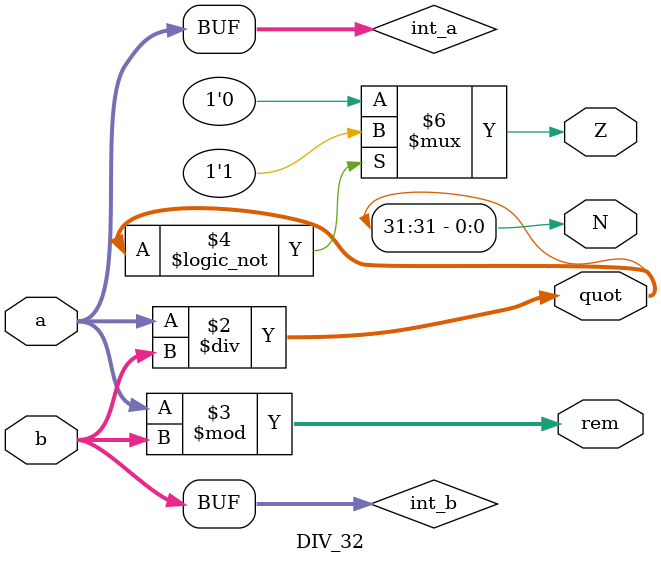
<source format=v>
`timescale 1ns / 1ps
module DIV_32(a, b, quot, rem, N, Z);
   input      [31:0] a, b;
	output reg        N, Z;
	output reg [31:0] quot;
	output reg [31:0] rem;
	
	// integers inputs for the signed division
	integer int_a, int_b;
	
	// performs division and updates
	// both the negative and zero flag
	always@ (*) begin
	   int_a = a;
		int_b = b;
		quot  = int_a / int_b; // quotient
		rem   = int_a % int_b; // remainder
		
	   // negative flag checks the highest bit of the 
      // quotient to see if the number is negative, if
	   // so set the negative flag high else set the flag
		// low
	   N = quot[31];
		
		// check output the state of quotient to see if it
		// is zero then set the zero flag high else the flag
		// goes low
		if(quot == 32'h0)
		   Z = 1'b1;
		else
		   Z = 1'b0;
   end
	
endmodule

</source>
